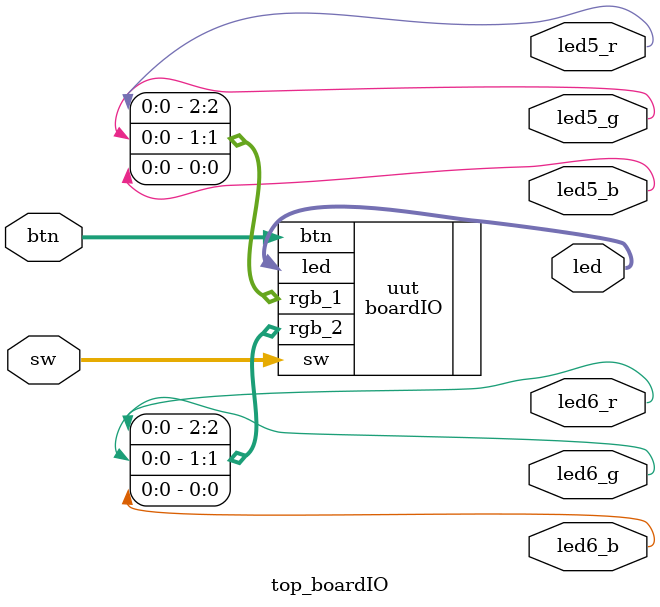
<source format=v>
`timescale 1ns / 1ps

// This module maps the on-board IO to the boardIO module 
// The input and output variables are from the constraints file 
module top_boardIO(
    input [3:0] btn,
    input [3:0] sw,
    output [3:0] led,
    output led5_r,
    output led5_g,
    output led5_b,
    output led6_r,
    output led6_g,
    output led6_b
    );
    
    boardIO uut (
        .btn(btn),
        .sw(sw),
        .led(led),
        .rgb_1({led5_r, led5_g, led5_b}),
        .rgb_2({led6_r, led6_g, led6_b})
    ); 
endmodule

</source>
